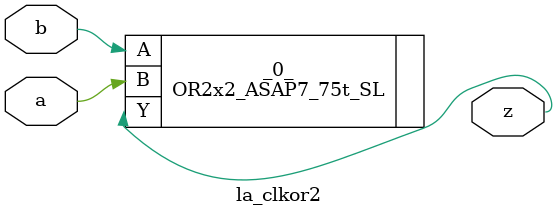
<source format=v>

/* Generated by Yosys 0.44 (git sha1 80ba43d26, g++ 11.4.0-1ubuntu1~22.04 -fPIC -O3) */

(* top =  1  *)
(* src = "generated" *)
module la_clkor2 (
    a,
    b,
    z
);
  (* src = "generated" *)
  input a;
  wire a;
  (* src = "generated" *)
  input b;
  wire b;
  (* src = "generated" *)
  output z;
  wire z;
  OR2x2_ASAP7_75t_SL _0_ (
      .A(b),
      .B(a),
      .Y(z)
  );
endmodule

</source>
